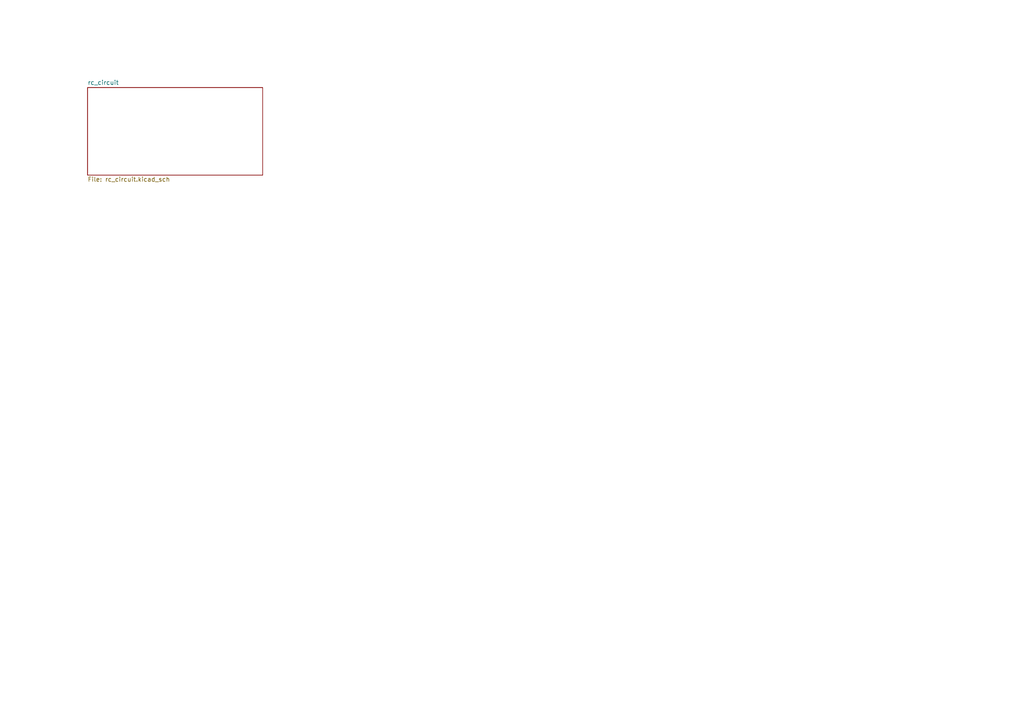
<source format=kicad_sch>
(kicad_sch (version 20250114) (generator "kicad_api")
  (paper "A4")
  (lib_symbols)
  (sheet (at 25.4 25.4) (size 50.8 25.4) (stroke (width 0.1524))
    (property "Sheet name" "rc_circuit" (at 25.4 24.6884 0) (effects (justify left bottom)))
    (property "Sheet file" "rc_circuit.kicad_sch" (at 25.4 51.2846 0) (effects (justify left top)))
  )
)
</source>
